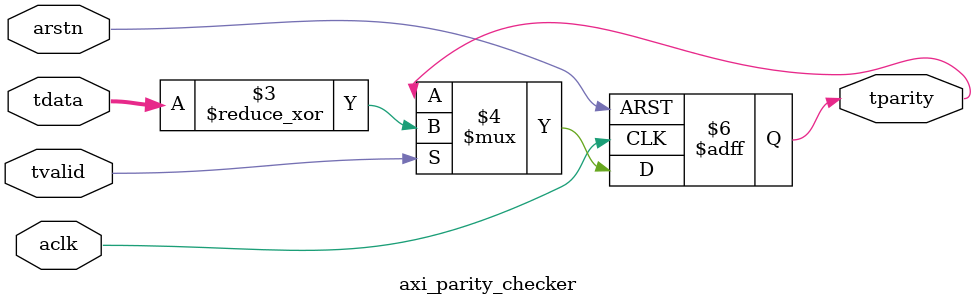
<source format=sv>
module axi_parity_checker (
    input aclk, arstn,
    input [31:0] tdata,
    input tvalid,
    output reg tparity
);
always @(posedge aclk or negedge arstn) begin
    if (!arstn) tparity <= 0;
    else if (tvalid) tparity <= ^tdata;
end
endmodule
</source>
